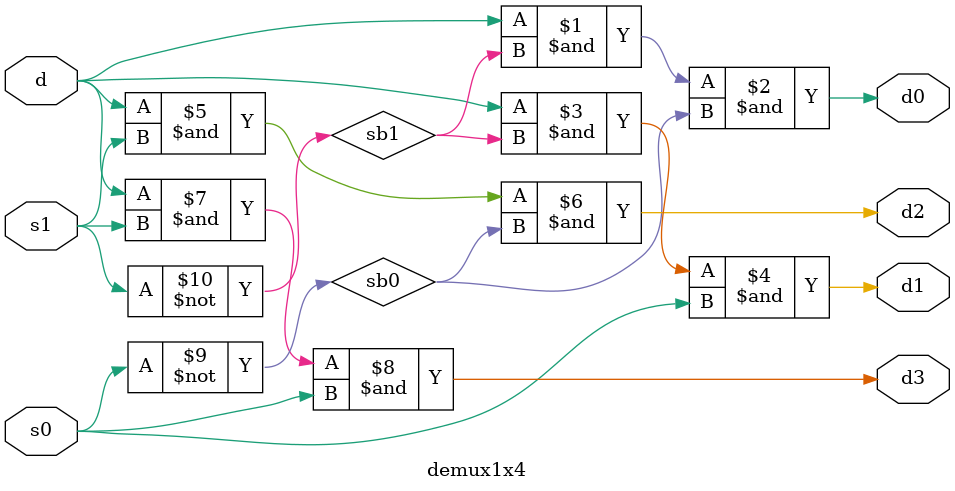
<source format=v>
module demux1x4 (
input d,s0,s1,
output d0,d1,d2,d3);

wire sb0,sb1;
not(sb0,s0);
not(sb1,s1);
and(d0,d,sb1,sb0);
and(d1,d,sb1,s0);
and(d2,d,s1,sb0);
and(d3,d,s1,s0);

endmodule


</source>
